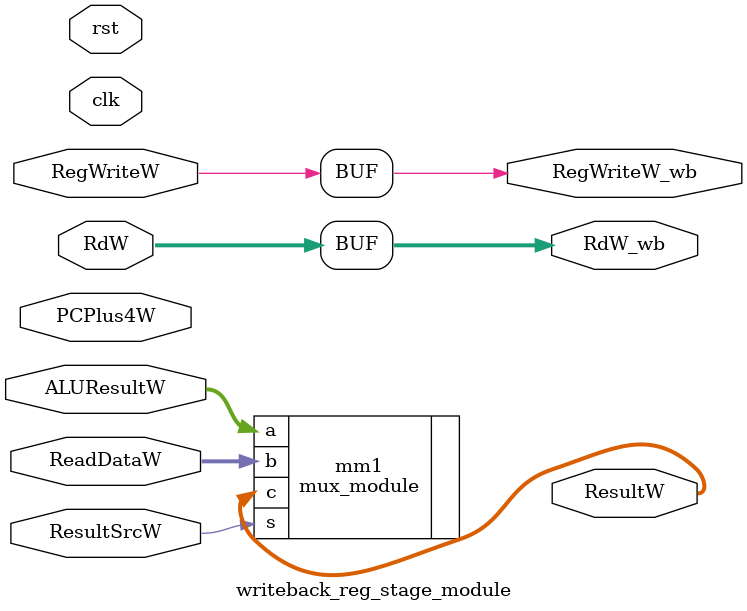
<source format=v>


module writeback_reg_stage_module(clk,rst, RegWriteW, ResultSrcW, ALUResultW, ReadDataW, RdW, PCPlus4W,
RegWriteW_wb,  RdW_wb, ResultW);

input clk,rst, RegWriteW,ResultSrcW;
input [31:0]  PCPlus4W,ALUResultW, ReadDataW;
input [4:0] RdW;

output RegWriteW_wb;
output [4:0] RdW_wb;
output [31:0] ResultW;




//instantiation
mux_module mm1(
    .a(ALUResultW),.b(ReadDataW),.s(ResultSrcW),.c(ResultW));


//assigning to outputs
assign RegWriteW_wb=RegWriteW;
assign RdW_wb=RdW;


endmodule



</source>
